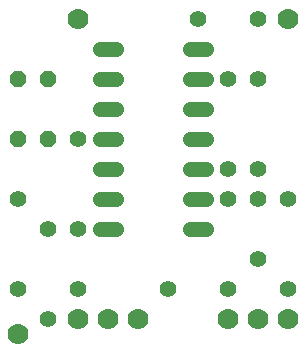
<source format=gtl>
G75*
%MOIN*%
%OFA0B0*%
%FSLAX25Y25*%
%IPPOS*%
%LPD*%
%AMOC8*
5,1,8,0,0,1.08239X$1,22.5*
%
%ADD10C,0.05543*%
%ADD11C,0.05150*%
%ADD12OC8,0.05200*%
%ADD13C,0.07000*%
D10*
X0022907Y0040337D03*
X0012907Y0050337D03*
X0022907Y0070337D03*
X0032907Y0070337D03*
X0032907Y0050337D03*
X0012907Y0080337D03*
X0032907Y0100337D03*
X0072907Y0140337D03*
X0082907Y0120337D03*
X0092907Y0120337D03*
X0092907Y0140337D03*
X0092907Y0090337D03*
X0092907Y0080337D03*
X0082907Y0080337D03*
X0082907Y0090337D03*
X0102907Y0080337D03*
X0092907Y0060337D03*
X0082907Y0050337D03*
X0062907Y0050337D03*
X0102907Y0050337D03*
D11*
X0075482Y0070337D02*
X0070332Y0070337D01*
X0070332Y0080337D02*
X0075482Y0080337D01*
X0075482Y0090337D02*
X0070332Y0090337D01*
X0070332Y0100337D02*
X0075482Y0100337D01*
X0075482Y0110337D02*
X0070332Y0110337D01*
X0070332Y0120337D02*
X0075482Y0120337D01*
X0075482Y0130337D02*
X0070332Y0130337D01*
X0045482Y0130337D02*
X0040332Y0130337D01*
X0040332Y0120337D02*
X0045482Y0120337D01*
X0045482Y0110337D02*
X0040332Y0110337D01*
X0040332Y0100337D02*
X0045482Y0100337D01*
X0045482Y0090337D02*
X0040332Y0090337D01*
X0040332Y0080337D02*
X0045482Y0080337D01*
X0045482Y0070337D02*
X0040332Y0070337D01*
D12*
X0022907Y0100337D03*
X0012907Y0100337D03*
X0012907Y0120337D03*
X0022907Y0120337D03*
D13*
X0012907Y0035337D03*
X0032907Y0040337D03*
X0042907Y0040337D03*
X0052907Y0040337D03*
X0082907Y0040337D03*
X0092907Y0040337D03*
X0102907Y0040337D03*
X0102907Y0140337D03*
X0032907Y0140337D03*
M02*

</source>
